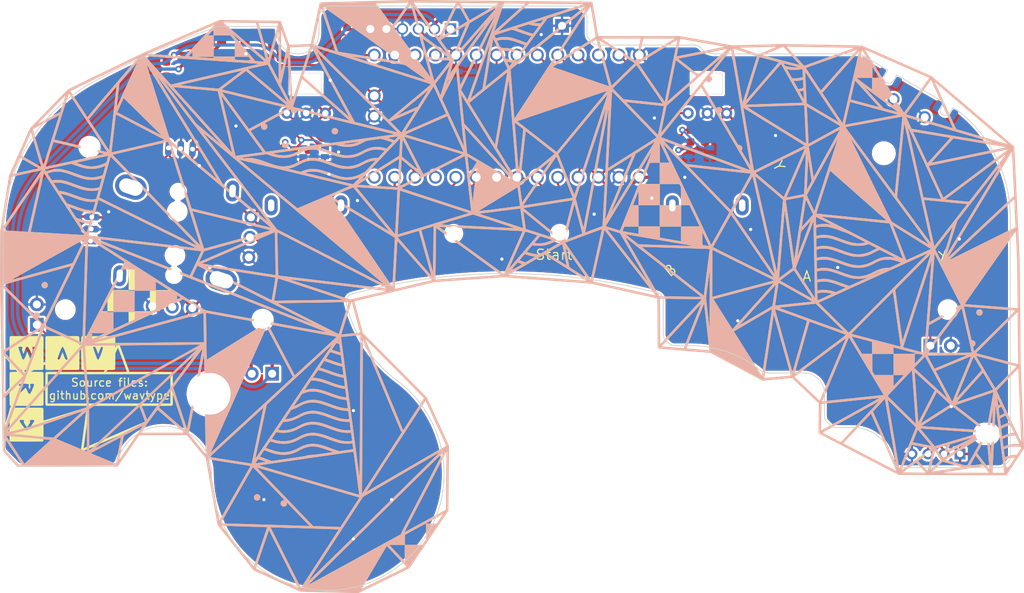
<source format=kicad_pcb>
(kicad_pcb (version 20211014) (generator pcbnew)
  (layers (0 "F.Cu" signal) (31 "B.Cu" signal) (36 "B.SilkS" user "B.Silkscreen") (37 "F.SilkS" user "F.Silkscreen") (38 "B.Mask" user) (39 "F.Mask" user) (44 "Edge.Cuts" user))
  (net 0 "")
  (net 1 "GND")
  (net 2 "+3V3")
  (net 3 "/C_x")
  (net 4 "/C_y")
  (net 5 "/A")
  (net 6 "/B")
  (net 7 "/X")
  (net 8 "/Y")
  (net 9 "/R")
  (net 10 "/Start")
  (net 11 "/Z")
  (net 12 "/Dleft")
  (net 13 "/Dup")
  (net 14 "/Dright")
  (net 15 "/Ddown")
  (net 16 "/Lanalog")
  (net 17 "/Ranalog")
  (net 18 "/Stick_x")
  (net 19 "/Stick_y")
  (net 20 "/L")
  (net 21 "/Stick_x_filt")
  (net 22 "/Stick_y_filt")
  (net 23 "+5V")
  (net 25 "/Rumble")
  (net 27 "/C_x_filt")
  (net 28 "/C_y_filt")
  (net 29 "Net-(R5-Pad2)")
  (net 30 "Net-(R6-Pad2)")
  (net 31 "Net-(R7-Pad2)")
  (net 32 "Net-(Q1-Pad1)")
  (net 33 "Net-(R10-Pad2)")
  (net 34 "Net-(C6-Pad1)")
  (net 35 "Net-(F1-Pad2)")
  (net 36 "Net-(Q1-Pad3)")
  (net 37 "/Brake")
  (net 38 "Net-(Q3-Pad1)")
  (net 39 "Net-(D2-Pad2)")
  (net 40 "/Data")
  (net 42 "Net-(D1-Pad2)")
  (footprint "Gamecube MB:ABXY_Contact_Omron_Switch" (layer "F.Cu") (at 153.85 78.35)
    (fp_text reference "SW1" hide)
    (fp_text value "A")
  )
  (footprint "Gamecube MB:ABXY_Contact_Omron_Switch" (layer "F.Cu") (at 138.65 86.05 41)
    (fp_text reference "SW2" hide)
    (fp_text value "B")
  )
  (footprint "Gamecube MB:Z_Switch_Edge" (layer "F.Cu") (at 162.751443 62.775 -30)
    (fp_text reference "SW8" hide)
    (fp_text value "1825027-5")
  )
  (footprint "Gamecube MB:Dpad_Contact_TL3315NF_2" (layer "F.Cu") (at 82.35 108.4 180)
    (fp_text reference "SW9" hide)
    (fp_text value "Dleft" hide)
  )
  (footprint "Gamecube MB:Dpad_Contact_TL3315NF_2" (layer "F.Cu") (at 90.3 100.45 -90)
    (fp_text reference "SW10" hide)
    (fp_text value "Dup" hide)
  )
  (footprint "Gamecube MB:Dpad_Contact_TL3315NF_2" (layer "F.Cu") (at 98.25 108.4 180)
    (fp_text reference "SW11" hide)
    (fp_text value "Dright" hide)
  )
  (footprint "Gamecube MB:Dpad_Contact_TL3315NF_2" (layer "F.Cu") (at 90.3 116.35 -90)
    (fp_text reference "SW12" hide)
    (fp_text value "Ddown" hide)
  )
  (footprint "Capacitor_SMD:C_0603_1608Metric_Pad1.08x0.95mm_HandSolder" (layer "F.Cu") (at 61.8625 74.6)
    (fp_text reference "C11" hide)
    (fp_text value "1u")
  )
  (footprint "Gamecube MB:GCC_Stickbox_2" (layer "F.Cu") (at 71.405083 78.398232 -3)
    (fp_text reference "U2" hide)
    (fp_text value "2x DRV5053CAQLPGM Hall Effect Sensors")
  )
  (footprint "Capacitors_SMD:C_0603_HandSoldering" (layer "F.Cu") (at 96.1 74.3 180)
    (fp_text reference "C2" hide)
    (fp_text value "0.047u")
  )
  (footprint "Capacitors_SMD:C_0603_HandSoldering" (layer "F.Cu") (at 92.55 71 180)
    (fp_text reference "C1" hide)
    (fp_text value "0.047u")
  )
  (footprint "Capacitors_SMD:C_0603_HandSoldering" (layer "F.Cu") (at 92.6 68.25 180)
    (fp_text reference "C7" hide)
    (fp_text value "0.047u")
  )
  (footprint "Capacitors_SMD:C_0603_HandSoldering" (layer "F.Cu") (at 128.8 63.9)
    (fp_text reference "C3" hide)
    (fp_text value "0.047u")
  )
  (footprint "Capacitors_SMD:C_0603_HandSoldering" (layer "F.Cu") (at 128.5 74)
    (fp_text reference "C4" hide)
    (fp_text value "0.047u")
  )
  (footprint "Gamecube MB:Start_Contact" (layer "F.Cu") (at 112.6 78.45)
    (fp_text reference "SW5" hide)
    (fp_text value "Start")
  )
  (footprint "Gamecube MB:ABXY_Contact_Omron_Switch" (layer "F.Cu") (at 149.85 64.25 -63)
    (fp_text reference "SW4" hide)
    (fp_text value "Y")
  )
  (footprint "Connector_PinHeader_2.54mm:PinHeader_1x01_P2.54mm_Vertical" (layer "F.Cu") (at 119.5 52.5)
    (fp_text reference "J3" hide)
    (fp_text value "Conn_01x01_Male")
  )
  (footprint "teensy:Teensy40_Edge_Pins" (layer "F.Cu") (at 112.61 63.77 180)
    (fp_text reference "U1" hide)
    (fp_text value "Teensy4.0")
  )
  (footprint "Gamecube MB:MountingHole_5.2mm" (layer "F.Cu") (at 75.6 98.4)
    (fp_text reference "H1" hide)
    (fp_text value "5.2mm")
  )
  (footprint "Gamecube MB:MountingHole_2.0mm" (layer "F.Cu") (at 57.6 87.9)
    (fp_text reference "H3" hide)
    (fp_text value "2mm")
  )
  (footprint "Gamecube MB:MountingHole_1.8mm" (layer "F.Cu") (at 106 78.4)
    (fp_text reference "H5" hide)
    (fp_text value "1.8mm")
  )
  (footprint "Gamecube MB:MountingHole_1.8mm" (layer "F.Cu") (at 119.2 78.4)
    (fp_text reference "H6" hide)
    (fp_text value "1.8mm")
  )
  (footprint "Gamecube MB:MountingHole_2.4mm" (layer "F.Cu") (at 159.6 68.4)
    (fp_text reference "H7" hide)
    (fp_text value "2.4mm")
  )
  (footprint "Gamecube MB:MountingHole_2.0mm" (layer "F.Cu") (at 167.6 87.9)
    (fp_text reference "H4" hide)
    (fp_text value "2mm")
  )
  (footprint "Gamecube MB:MountingHole_2.2mm" (layer "F.Cu") (at 60.616622 67.616621)
    (fp_text reference "H8" hide)
    (fp_text value "2.2mm")
  )
  (footprint "Gamecube MB:ABXY_Contact_Omron_Switch" (layer "F.Cu") (at 168.15 74.95 12)
    (fp_text reference "SW3" hide)
    (fp_text value "X")
  )
  (footprint "Gamecube MB:Slot" (layer "F.Cu") (at 172.4 103.4)
    (fp_text reference "H2" hide)
    (fp_text value "Slot")
  )
  (footprint "Gamecube MB:MountingHole_2.2mm" (layer "F.Cu") (at 82.183378 89.183378)
    (fp_text reference "H9" hide)
    (fp_text value "2.2mm")
  )
  (footprint "Capacitors_SMD:C_0603_HandSoldering" (layer "F.Cu") (at 122.5 75)
    (fp_text reference "C5" hide)
    (fp_text value "0.047u")
  )
  (footprint "Resistor_SMD:R_0603_1608Metric_Pad0.98x0.95mm_HandSolder" (layer "F.Cu") (at 92.325 77.5 180)
    (fp_text reference "R2" hide)
    (fp_text value "2k")
  )
  (footprint "Resistor_SMD:R_0603_1608Metric_Pad0.98x0.95mm_HandSolder" (layer "F.Cu") (at 86.325 69.5 180)
    (fp_text reference "R1" hide)
    (fp_text value "2k")
  )
  (footprint "Capacitors_SMD:C_0603_HandSoldering" (layer "F.Cu") (at 114.4 53.6)
    (fp_text reference "C6" hide)
    (fp_text value "10u")
  )
  (footprint "Capacitor_SMD:C_0603_1608Metric_Pad1.08x0.95mm_HandSolder" (layer "F.Cu") (at 132.65 71.4)
    (fp_text reference "C8" hide)
    (fp_text value "1u")
  )
  (footprint "Capacitor_SMD:C_0603_1608Metric_Pad1.08x0.95mm_HandSolder" (layer "F.Cu") (at 169 100 90)
    (fp_text reference "C12" hide)
    (fp_text value "1u")
  )
  (footprint "Capacitor_SMD:C_0603_1608Metric_Pad1.08x0.95mm_HandSolder" (layer "F.Cu") (at 145.25 77.9 180)
    (fp_text reference "C10" hide)
    (fp_text value "1u")
  )
  (footprint "Resistor_SMD:R_1206_3216Metric" (layer "F.Cu") (at 78.5375 54.2)
    (fp_text reference "F1" hide)
    (fp_text value "Fuse")
  )
  (footprint "Resistor_SMD:R_0603_1608Metric_Pad0.98x0.95mm_HandSolder" (layer "F.Cu") (at 92.8 59.5)
    (fp_text reference "R14" hide)
    (fp_text value "10k")
  )
  (footprint "Resistor_SMD:R_0603_1608Metric_Pad0.98x0.95mm_HandSolder" (layer "F.Cu") (at 136.4125 67 180)
    (fp_text reference "R7" hide)
    (fp_text value "DNP")
  )
  (footprint "Capacitor_SMD:C_0603_1608Metric_Pad1.08x0.95mm_HandSolder" (layer "F.Cu") (at 75.4 68.8625 -90)
    (fp_text reference "C13" hide)
    (fp_text value "1u")
  )
  (footprint "Diode_SMD:D_SOD-123" (layer "F.Cu") (at 110 53.6 180)
    (fp_text reference "D3" hide)
    (fp_text value "M7C")
  )
  (footprint "Resistor_SMD:R_0603_1608Metric_Pad0.98x0.95mm_HandSolder" (layer "F.Cu") (at 130.5 77.5)
    (fp_text reference "R3" hide)
    (fp_text value "2k")
  )
  (footprint "clipboard:008da5b9-6f95-4113-b7d0-d93ac62efd33" (layer "F.Cu") (at 57.9 60.45)
    (fp_text reference "")
    (fp_text value "")
  )
  (footprint "Resistor_SMD:R_0603_1608Metric_Pad0.98x0.95mm_HandSolder" (layer "F.Cu") (at 125.375 79)
    (fp_text reference "R4" hide)
    (fp_text value "2k")
  )
  (footprint "Resistor_SMD:R_0603_1608Metric_Pad0.98x0.95mm_HandSolder" (layer "F.Cu") (at 133.0875 66.5 180)
    (fp_text reference "R8" hide)
    (fp_text value "DNP")
  )
  (footprint "Package_TO_SOT_SMD:SOT-23" (layer "F.Cu") (at 82.4 57.4 -90)
    (fp_text reference "Q3" hide)
    (fp_text value "Q_NMOS_GSD")
  )
  (footprint "Resistor_SMD:R_0603_1608Metric_Pad0.98x0.95mm_HandSolder" (layer "F.Cu") (at 70.2 57.9 90)
    (fp_text reference "R13" hide)
    (fp_text value "10k")
  )
  (footprint "Capacitor_SMD:C_0603_1608Metric_Pad1.08x0.95mm_HandSolder" (layer "F.Cu") (at 80.8625 65 180)
    (fp_text reference "C9" hide)
    (fp_text value "1u")
  )
  (footprint "Resistor_SMD:R_0603_1608Metric_Pad0.98x0.95mm_HandSolder" (layer "F.Cu") (at 83.0875 68)
    (fp_text reference "R5" hide)
    (fp_text value "DNP")
  )
  (footprint "Resistor_SMD:R_0603_1608Metric_Pad0.98x0.95mm_HandSolder" (layer "F.Cu") (at 92.7 53.5875 -90)
    (fp_text reference "R15" hide)
    (fp_text value "10k")
  )
  (footprint "Connector_PinHeader_2.54mm:PinHeader_1x02_P2.54mm_Vertical" (layer "F.Cu") (at 83.375 95.9 -90)
    (fp_text reference "J5" hide)
    (fp_text value "Conn_01x02_Male")
  )
  (footprint "Resistor_SMD:R_0603_1608Metric_Pad0.98x0.95mm_HandSolder" (layer "F.Cu") (at 84.5875 65.5)
    (fp_text reference "R6" hide)
    (fp_text value "DNP")
  )
  (footprint "Package_TO_SOT_SMD:SOT-23" (layer "F.Cu") (at 77.5 57.2 180)
    (fp_text reference "Q1" hide)
    (fp_text value "Q_NMOS_GSD")
  )
  (footprint "Diode_SMD:D_SOD-123" (layer "F.Cu") (at 82.4 92.8 180)
    (fp_text reference "D2" hide)
    (fp_text value "M7C")
  )
  (footprint "clipboard:a7535304-8c4c-4c4e-a91e-37c9d5ef09d8" (layer "F.Cu") (at 105.4 104.9)
    (fp_text reference "")
    (fp_text value "")
  )
  (footprint "Resistor_SMD:R_0603_1608Metric_Pad0.98x0.95mm_HandSolder" (layer "F.Cu") (at 92.8 56.1 180)
    (fp_text reference "R11" hide)
    (fp_text value "100R")
  )
  (footprint "Resistor_SMD:R_0603_1608Metric_Pad0.98x0.95mm_HandSolder" (layer "F.Cu") (at 136.4125 65.5 180)
    (fp_text reference "R10" hide)
    (fp_text value "DNP")
  )
  (footprint "Resistor_SMD:R_0603_1608Metric_Pad0.98x0.95mm_HandSolder" (layer "F.Cu") (at 87 68)
    (fp_text reference "R9" hide)
    (fp_text value "DNP")
  )
  (footprint "Package_TO_SOT_SMD:SOT-23" (layer "F.Cu") (at 73.2 56.9 180)
    (fp_text reference "Q2" hide)
    (fp_text value "Q_PMOS_GDS")
  )
  (footprint "Resistor_SMD:R_0603_1608Metric_Pad0.98x0.95mm_HandSolder" (layer "F.Cu") (at 92.8 57.8 180)
    (fp_text reference "R12" hide)
    (fp_text value "100R")
  )
  (footprint "Pin_Headers:Pin_Header_Straight_1x02_Pitch2.54mm" (layer "B.Cu") (at 54.05 89.8)
    (fp_text reference "SW6" hide)
    (fp_text value "L")
  )
  (footprint "Pin_Headers:Pin_Header_Straight_1x02_Pitch2.54mm" (layer "B.Cu") (at 165.4 92.4 -90)
    (fp_text reference "SW7" hide)
    (fp_text value "R")
  )
  (footprint "Gamecube MB:GCC_Slider" (layer "B.Cu") (at 137.6 63.4 180)
    (fp_text reference "RV2" hide)
    (fp_text value "R_POT_MountingPin")
  )
  (footprint "Gamecube MB:GCC_Slider" (layer "B.Cu") (at 87.6 63.4 180)
    (fp_text reference "RV1" hide)
    (fp_text value "R_POT_MountingPin")
  )
  (footprint "Pin_Headers:Pin_Header_Straight_1x04_Pitch2.00mm" (layer "B.Cu") (at 169.1 105.9 90)
    (fp_text reference "J2" hide)
    (fp_text value "Conn_01x04_Female")
  )
  (footprint "Gamecube MB:GCC_Header_Straight_1x06_Pitch2.00mm" (layer "B.Cu") (at 105.6 52.9 90)
    (fp_text reference "J1" hide)
    (fp_text value "Conn_01x06_Female")
  )
  (footprint "Gamecube MB:D_SOD-523_Shorted" (layer "B.Cu") (at 107.5 58.2)
    (fp_text reference "D1" hide)
    (fp_text value "D_Schottky_Shorted")
  )
  (footprint "Gamecube MB:Sharp_Microelectronics-GP2S60-MFG" (layer "B.Cu") (at 88.6 68.275 180)
    (fp_text reference "U3" hide)
    (fp_text value "GP2S60-MFG" hide)
  )
  (footprint "Gamecube MB:Sharp_Microelectronics-GP2S60-MFG" (layer "B.Cu") (at 136.6 68.275 180)
    (fp_text reference "U4" hide)
    (fp_text value "GP2S60-MFG" hide)
  )
  (gr_line (start 85.7 61) (end 85.7 58.4) (layer "Edge.Cuts") (width 0.05))
  (gr_line (start 135.7 61) (end 135.7 58.4) (layer "Edge.Cuts") (width 0.05))
  (gr_line (start 161.660995 107.607107) (end 173.942892 107.607107) (layer "Edge.Cuts") (width 0.1))
  (gr_line (start 166.697895 62.732132) (end 167.096672 62.038607) (layer "Edge.Cuts") (width 0.1))
  (gr_arc (start 52.271319 107.407107) (mid 51.888636 107.330986) (end 51.564213 107.114213) (layer "Edge.Cuts") (width 0.1))
  (gr_line (start 152.207106 98.407107) (end 152.207106 101.192893) (layer "Edge.Cuts") (width 0.1))
  (gr_line (start 153.621319 102.607107) (end 155.744915 102.607107) (layer "Edge.Cuts") (width 0.1))
  (gr_line (start 160.074731 58.000991) (end 156.838573 56.1402) (layer "Edge.Cuts") (width 0.1))
  (gr_arc (start 167.824873 63.380144) (mid 166.937378 63.619627) (end 166.697895 62.732132) (layer "Edge.Cuts") (width 0.1))
  (gr_line (start 135.7 58.4) (end 139.5 58.4) (layer "Edge.Cuts") (width 0.05))
  (gr_arc (start 49.857105 78.407105) (mid 52.89857 67.369144) (end 61.164446 59.446874) (layer "Edge.Cuts") (width 0.1))
  (gr_line (start 174.649999 107.314213) (end 175.064212 106.9) (layer "Edge.Cuts") (width 0.1))
  (gr_line (start 161.201709 58.649003) (end 160.802932 59.342529) (layer "Edge.Cuts") (width 0.1))
  (gr_line (start 89.5 61) (end 85.7 61) (layer "Edge.Cuts") (width 0.05))
  (gr_arc (start 131.359616 85.813703) (mid 131.898469 86.16995) (end 132.107106 86.781297) (layer "Edge.Cuts") (width 0.1))
  (gr_arc (start 92.608864 87.15648) (mid 92.720453 86.410866) (end 93.320992 85.955076) (layer "Edge.Cuts") (width 0.1))
  (gr_arc (start 89.207106 53.407107) (mid 86.607106 56.007107) (end 84.007106 53.407107) (layer "Edge.Cuts") (width 0.1))
  (gr_line (start 89.207106 51.450963) (end 89.207106 53.407107) (layer "Edge.Cuts") (width 0.1))
  (gr_arc (start 89.207106 51.450963) (mid 89.283226 51.068279) (end 89.499999 50.743856) (layer "Edge.Cuts") (width 0.1))
  (gr_line (start 168.607106 62.907107) (end 168.22365 62.68662) (layer "Edge.Cuts") (width 0.1))
  (gr_arc (start 133.521318 92.407107) (mid 133.138635 92.330986) (end 132.814212 92.114213) (layer "Edge.Cuts") (width 0.1))
  (gr_arc (start 93.320992 85.955077) (mid 112.331099 83.40762) (end 131.359616 85.813703) (layer "Edge.Cuts") (width 0.1))
  (gr_arc (start 138.607106 56.007107) (mid 137.591534 55.800559) (end 136.737319 55.213733) (layer "Edge.Cuts") (width 0.1))
  (gr_line (start 132.399999 91.7) (end 132.814212 92.114213) (layer "Edge.Cuts") (width 0.1))
  (gr_line (start 49.857106 78.407107) (end 49.857106 104.992893) (layer "Edge.Cuts") (width 0.1))
  (gr_arc (start 122.314213 50.743856) (mid 122.530986 51.068279) (end 122.607106 51.450963) (layer "Edge.Cuts") (width 0.1))
  (gr_line (start 152.499999 101.9) (end 152.914212 102.314213) (layer "Edge.Cuts") (width 0.1))
  (gr_arc (start 168.607106 62.907107) (mid 173.575565 68.860378) (end 175.357106 76.407107) (layer "Edge.Cuts") (width 0.1))
  (gr_arc (start 76.443548 52.638395) (mid 76.609241 52.594793) (end 76.779945 52.580115) (layer "Edge.Cuts") (width 0.1))
  (gr_line (start 89.914212 50.329643) (end 89.499999 50.743856) (layer "Edge.Cuts") (width 0.1))
  (gr_arc (start 135.607106 92.407106) (mid 140.249987 93.223411) (end 144.335996 95.574417) (layer "Edge.Cuts") (width 0.1))
  (gr_arc (start 144.977271 95.807106) (mid 144.636178 95.747135) (end 144.335996 95.574417) (layer "Edge.Cuts") (width 0.1))
  (gr_line (start 168.22365 62.68662) (end 167.824873 63.380145) (layer "Edge.Cuts") (width 0.1))
  (gr_line (start 139.5 58.4) (end 139.5 61) (layer "Edge.Cuts") (width 0.05))
  (gr_line (start 122.607106 53.494375) (end 122.607106 51.450963) (layer "Edge.Cuts") (width 0.1))
  (gr_arc (start 124.021319 54.908589) (mid 123.638635 54.832469) (end 123.314212 54.615696) (layer "Edge.Cuts") (width 0.1))
  (gr_line (start 84.007106 52.580115) (end 76.779945 52.580115) (layer "Edge.Cuts") (width 0.1))
  (gr_line (start 52.27132 107.407107) (end 63.177448 107.407107) (layer "Edge.Cuts") (width 0.1))
  (gr_line (start 122.314212 50.743856) (end 121.899999 50.329643) (layer "Edge.Cuts") (width 0.1))
  (gr_arc (start 64.135292 106.694399) (mid 70.711063 102.508705) (end 75.807105 108.407107) (layer "Edge.Cuts") (width 0.1))
  (gr_line (start 85.7 58.4) (end 89.5 58.4) (layer "Edge.Cuts") (width 0.05))
  (gr_arc (start 155.744914 102.607106) (mid 158.972401 103.788293) (end 160.674982 106.773773) (layer "Edge.Cuts") (width 0.1))
  (gr_line (start 167.096672 62.038607) (end 161.201709 58.649003) (layer "Edge.Cuts") (width 0.1))
  (gr_arc (start 122.899999 54.201482) (mid 122.683226 53.877059) (end 122.607106 53.494375) (layer "Edge.Cuts") (width 0.1))
  (gr_line (start 132.107106 86.781297) (end 132.107106 90.992893) (layer "Edge.Cuts") (width 0.1))
  (gr_arc (start 98.971544 96.780519) (mid 96.811553 121.366358) (end 75.807105 108.407107) (layer "Edge.Cuts") (width 0.1))
  (gr_arc (start 89.914212 50.329642) (mid 90.238635 50.112869) (end 90.621319 50.036749) (layer "Edge.Cuts") (width 0.1))
  (gr_line (start 84.007106 53.407107) (end 84.007106 52.580115) (layer "Edge.Cuts") (width 0.1))
  (gr_arc (start 153.621318 102.607107) (mid 153.238635 102.530986) (end 152.914212 102.314213) (layer "Edge.Cuts") (width 0.1))
  (gr_line (start 136.01817 54.908589) (end 124.021319 54.908589) (layer "Edge.Cuts") (width 0.1))
  (gr_arc (start 61.164445 59.446874) (mid 68.67439 55.751781) (end 76.443548 52.638394) (layer "Edge.Cuts") (width 0.1))
  (gr_line (start 175.357106 106.192893) (end 175.357106 76.407107) (layer "Edge.Cuts") (width 0.1))
  (gr_arc (start 152.499999 101.9) (mid 152.283226 101.575577) (end 152.207106 101.192893) (layer "Edge.Cuts") (width 0.1))
  (gr_arc (start 161.660994 107.607107) (mid 161.015497 107.370869) (end 160.674982 106.773773) (layer "Edge.Cuts") (width 0.1))
  (gr_line (start 121.192892 50.036749) (end 90.621319 50.036749) (layer "Edge.Cuts") (width 0.1))
  (gr_line (start 156.340102 56.007107) (end 138.607106 56.007107) (layer "Edge.Cuts") (width 0.1))
  (gr_line (start 89.5 58.4) (end 89.5 61) (layer "Edge.Cuts") (width 0.05))
  (gr_line (start 50.15 105.7) (end 51.564213 107.114213) (layer "Edge.Cuts") (width 0.1))
  (gr_line (start 159.675954 58.694516) (end 160.074731 58.000991) (layer "Edge.Cuts") (width 0.1))
  (gr_arc (start 160.802932 59.342528) (mid 159.915437 59.582011) (end 159.675954 58.694516) (layer "Edge.Cuts") (width 0.1))
  (gr_line (start 139.5 61) (end 135.7 61) (layer "Edge.Cuts") (width 0.05))
  (gr_arc (start 174.649999 107.314214) (mid 174.325576 107.530987) (end 173.942892 107.607107) (layer "Edge.Cuts") (width 0.1))
  (gr_arc (start 175.357106 106.192894) (mid 175.280985 106.575577) (end 175.064212 106.9) (layer "Edge.Cuts") (width 0.1))
  (gr_arc (start 121.192893 50.036749) (mid 121.575576 50.11287) (end 121.899999 50.329643) (layer "Edge.Cuts") (width 0.1))
  (gr_arc (start 98.971543 96.780519) (mid 94.948818 92.52476) (end 92.608865 87.156481) (layer "Edge.Cuts") (width 0.1))
  (gr_arc (start 149.607106 95.807107) (mid 151.445584 96.568629) (end 152.207106 98.407107) (layer "Edge.Cuts") (width 0.1))
  (gr_arc (start 136.01817 54.908589) (mid 136.408775 54.98803) (end 136.737319 55.213733) (layer "Edge.Cuts") (width 0.1))
  (gr_arc (start 156.340102 56.007106) (mid 156.598069 56.040952) (end 156.838573 56.1402) (layer "Edge.Cuts") (width 0.1))
  (gr_line (start 123.314212 54.615696) (end 122.899999 54.201482) (layer "Edge.Cuts") (width 0.1))
  (gr_arc (start 64.135291 106.694399) (mid 63.774402 107.209382) (end 63.177448 107.407107) (layer "Edge.Cuts") (width 0.1))
  (gr_line (start 144.977271 95.807107) (end 149.607106 95.807107) (layer "Edge.Cuts") (width 0.1))
  (gr_arc (start 132.399999 91.7) (mid 132.183226 91.375577) (end 132.107106 90.992893) (layer "Edge.Cuts") (width 0.1))
  (gr_arc (start 50.149999 105.7) (mid 49.933226 105.375577) (end 49.857106 104.992893) (layer "Edge.Cuts") (width 0.1))
  (gr_line (start 133.521319 92.407107) (end 135.607106 92.407107) (layer "Edge.Cuts") (width 0.1))
  (gr_text "Source files:\ngithub.com/wavtype" (at 63.1 97.8) (layer "F.SilkS") (effects (font (size 1 1))))
  (segment (start 80.654787 56.254787) (end 80.506066 56.106066) (width 0.4) (layer "F.Cu") (net 1))
  (segment (start 81.15625 56.4625) (end 81.45 56.4625) (width 0.4) (layer "F.Cu") (net 1))
  (segment (start 74.3 69.95) (end 74.4125 69.8375) (width 0.25) (layer "F.Cu") (net 1))
  (segment (start 168 100) (end 168.8625 99.1375) (width 0.25) (layer "F.Cu") (net 1))
  (segment (start 74.684099 69.725) (end 75.4 69.725) (width 0.25) (layer "F.Cu") (net 1))
  (segment (start 143 77.9) (end 144.3 77.9) (width 0.4) (layer "F.Cu") (net 1))
  (segment (start 92.925 52.9) (end 95.6 52.9) (width 0.25) (layer "F.Cu") (net 1))
  (segment (start 90.6 59.3) (end 90.7 59.4) (width 0.25) (layer "F.Cu") (net 1))
  (segment (start 130.829289 63.9) (end 129.75 63.9) (width 0.25) (layer "F.Cu") (net 1))
  (segment (start 80.1 56) (end 80.25 56) (width 0.4) (layer "F.Cu") (net 1))
  (segment (start 62.8625 75.5625) (end 63 75.7) (width 0.25) (layer "F.Cu") (net 1))
  (segment (start 116.9 53.6) (end 115.35 53.6) (width 0.4) (layer "F.Cu") (net 1))
  (segment (start 123.5 76) (end 123.5 75.05) (width 0.25) (layer "F.Cu") (net 1))
  (segment (start 130.700002 74) (end 129.45 74) (width 0.25) (layer "F.Cu") (net 1))
  (segment (start 94.000002 74.3) (end 95.15 74.3) (width 0.25) (layer "F.Cu") (net 1))
  (segment (start 62.725 75.230545) (end 62.725 74.6) (width 0.25) (layer "F.Cu") (net 1))
  (segment (start 90.450002 71) (end 91.6 71) (width 0.25) (layer "F.Cu") (net 1))
  (segment (start 78.8625 65) (end 80 65) (width 0.25) (layer "F.Cu") (net 1))
  (segment (start 80.1 56) (end 79.975 56.125) (width 0.4) (layer "F.Cu") (net 1))
  (segment (start 134.8 71.4) (end 133.6 71.4) (width 0.4) (layer "F.Cu") (net 1))
  (segment (start 90.941421 59.5) (end 91.8875 59.5) (width 0.25) (layer "F.Cu") (net 1))
  (segment (start 130.95 63.95) (end 131 64) (width 0.25) (layer "F.Cu") (net 1))
  (segment (start 79.673223 56.25) (end 78.4375 56.25) (width 0.4) (layer "F.Cu") (net 1))
  (via (at 98.25 111.6) (size 0.8) (drill 0.4) (layers "F.Cu" "B.Cu") (net 1))
  (via (at 91.65 68.25) (size 0.8) (drill 0.4) (layers "F.Cu" "B.Cu") (net 1))
  (via (at 80.1 56) (size 0.8) (drill 0.4) (layers "F.Cu" "B.Cu") (net 1))
  (via (at 123.5 76) (size 0.8) (drill 0.4) (layers "F.Cu" "B.Cu") (net 1))
  (via (at 143 77.9) (size 0.8) (drill 0.4) (layers "F.Cu" "B.Cu") (net 1))
  (via (at 94.000002 74.3) (size 0.8) (drill 0.4) (layers "F.Cu" "B.Cu") (net 1))
  (via (at 112 81.6) (size 0.8) (drill 0.4) (layers "F.Cu" "B.Cu") (net 1))
  (via (at 63 75.7) (size 0.8) (drill 0.4) (layers "F.Cu" "B.Cu") (net 1))
  (via (at 93.5 116.5) (size 0.8) (drill 0.4) (layers "F.Cu" "B.Cu") (net 1))
  (via (at 78.8625 65) (size 0.8) (drill 0.4) (layers "F.Cu" "B.Cu") (net 1))
  (via (at 130.700002 74) (size 0.8) (drill 0.4) (layers "F.Cu" "B.Cu") (net 1))
  (via (at 90.6 59.3) (size 0.8) (drill 0.4) (layers "F.Cu" "B.Cu") (net 1))
  (via (at 169 79.1) (size 0.8) (drill 0.4) (layers "F.Cu" "B.Cu") (net 1))
  (via (at 131 64) (size 0.8) (drill 0.4) (layers "F.Cu" "B.Cu") (net 1))
  (via (at 146.1 66.2) (size 0.8) (drill 0.4) (layers "F.Cu" "B.Cu") (net 1))
  (via (at 153.85 82.65) (size 0.8) (drill 0.4) (layers "F.Cu" "B.Cu") (net 1))
  (via (at 93.5 100.5) (size 0.8) (drill 0.4) (layers "F.Cu" "B.Cu") (net 1))
  (via (at 116.9 53.6) (size 0.8) (drill 0.4) (layers "F.Cu" "B.Cu") (net 1))
  (via (at 90.450002 71) (size 0.8) (drill 0.4) (layers "F.Cu" "B.Cu") (net 1))
  (via (at 134.8 71.4) (size 0.8) (drill 0.4) (layers "F.Cu" "B.Cu") (net 1))
  (via (at 74.3 69.95) (size 0.8) (drill 0.4) (layers "F.Cu" "B.Cu") (net 1))
  (via (at 141.4 89.3) (size 0.8) (drill 0.4) (layers "F.Cu" "B.Cu") (net 1))
  (via (at 168 100) (size 0.8) (drill 0.4) (layers "F.Cu" "B.Cu") (net 1))
  (via (at 82.35 111.6) (size 0.8) (drill 0.4) (layers "F.Cu" "B.Cu") (net 1))
  (arc (start 74.684099 69.725) (mid 74.53711 69.754237) (end 74.4125 69.8375) (width 0.25) (layer "F.Cu") (net 1))
  (arc (start 79.975 56.125) (mid 79.836543 56.217513) (end 79.673223 56.25) (width 0.4) (layer "F.Cu") (net 1))
  (arc (start 90.7 59.4) (mid 90.810764 59.47401) (end 90.941421 59.5) (width 0.25) (layer "F.Cu") (net 1))
  (arc (start 62.725 75.230545) (mid 62.760735 75.410197) (end 62.8625 75.5625) (width 0.25) (layer "F.Cu") (net 1))
  (arc (start 80.506066 56.106066) (mid 80.388581 56.027565) (end 80.25 56) (width 0.4) (layer "F.Cu") (net 1))
  (arc (start 80.654787 56.254787) (mid 80.88486 56.408517) (end 81.15625 56.4625) (width 0.4) (layer "F.Cu") (net 1))
  (arc (start 130.95 63.95) (mid 130.894617 63.912994) (end 130.829289 63.9) (width 0.25) (layer "F.Cu") (net 1))
  (segment (start 90.668413 68.825) (end 89.95 68.825) (width 0.25) (layer "B.Cu") (net 1))
  (segment (start 91.3625 68.5375) (end 91.65 68.25) (width 0.25) (layer "B.Cu") (net 1))
  (arc (start 91.3625 68.5375) (mid 91.04405 68.750281) (end 90.668413 68.825) (width 0.25) (layer "B.Cu") (net 1))
  (segment (start 137.924087 77.5) (end 131.325 77.5) (width 0.25) (layer "F.Cu") (net 3))
  (segment (start 140.102206 78.402206) (end 167.1 105.4) (width 0.25) (layer "F.Cu") (net 3))
  (arc (start 140.102206 78.402206) (mid 139.102876 77.734476) (end 137.924087 77.5) (width 0.25) (layer "F.Cu") (net 3))
  (segment (start 138.415927 79) (end 126.2 79) (width 0.25) (layer "F.Cu") (net 4))
  (segment (start 165.1 105.2) (end 165.1 105.9) (width 0.25) (layer "F.Cu") (net 4))
  (segment (start 140.437266 79.837266) (end 164.605025 104.005025) (width 0.25) (layer "F.Cu") (net 4))
  (arc (start 140.437266 79.837266) (mid 139.509868 79.217598) (end 138.415927 79) (width 0.25) (layer "F.Cu") (net 4))
  (arc (start 164.605025 104.005025) (mid 164.97136 104.553284) (end 165.1 105.2) (width 0.25) (layer "F.Cu") (net 4))
  (segment (start 141.5 63.792893) (end 141.5 63.064429) (width 0.25) (layer "F.Cu") (net 5))
  (segment (start 144.084924 72.2) (end 152.057537 72.2) (width 0.25) (layer "F.Cu") (net 5))
  (segment (start 141.55 71.15) (end 141.29077 70.89077) (width 0.25) (layer "F.Cu") (net 5))
  (segment (start 140.5 68.981683) (end 140.5 66.207109) (width 0.25) (layer "F.Cu") (net 5))
  (segment (start 153.85 73.25) (end 153.325 72.725) (width 0.25) (layer "F.Cu") (net 5))
  (segment (start 134.951035 60.951038) (end 134.374994 60.374994) (width 0.25) (layer "F.Cu") (net 5))
  (segment (start 118.026196 57.756196) (end 116.42 56.15) (width 0.25) (layer "F.Cu") (net 5))
  (segment (start 131.900412 59.349989) (end 121.873952 59.349989) (width 0.25) (layer "F.Cu") (net 5))
  (segment (start 139.83557 61.4) (end 136.034921 61.4) (width 0.25) (layer "F.Cu") (net 5))
  (arc (start 121.873952 59.349989) (mid 119.791561 58.935775) (end 118.026196 57.756196) (width 0.25) (layer "F.Cu") (net 5))
  (arc (start 141.55 71.15) (mid 142.713033 71.927113) (end 144.084924 72.2) (width 0.25) (layer "F.Cu") (net 5))
  (arc (start 134.374994 60.374994) (mid 133.239646 59.616379) (end 131.900412 59.349989) (width 0.25) (layer "F.Cu") (net 5))
  (arc (start 153.325 72.725) (mid 152.743483 72.336443) (end 152.057537 72.2) (width 0.25) (layer "F.Cu") (net 5))
  (arc (start 141.0125 61.8875) (mid 140.47252 61.526697) (end 139.83557 61.4) (width 0.25) (layer "F.Cu") (net 5))
  (arc (start 141 65) (mid 141.370054 64.446174) (end 141.5 63.792893) (width 0.25) (layer "F.Cu") (net 5))
  (arc (start 136.034921 61.4) (mid 135.448326 61.283319) (end 134.951035 60.951038) (width 0.25) (layer "F.Cu") (net 5))
  (arc (start 140.5 66.207109) (mid 140.629946 65.553825) (end 141 65) (width 0.25) (layer "F.Cu") (net 5))
  (arc (start 141.5 63.064429) (mid 141.373302 62.427479) (end 141.0125 61.8875) (width 0.25) (layer "F.Cu") (net 5))
  (arc (start 140.5 68.981683) (mid 140.705514 70.014874) (end 141.29077 70.89077) (width 0.25) (layer "F.Cu") (net 5))
  (segment (start 133.387585 80.373253) (end 135.894552 82.88022) (width 0.25) (layer "F.Cu") (net 6))
  (segment (start 132.486472 80) (end 124.132232 80) (width 0.25) (layer "F.Cu") (net 6))
  (segment (start 114.235 71.39) (end 113.88 71.39) (width 0.25) (layer "F.Cu") (net 6))
  (segment (start 114.841022 71.641022) (end 122.540812 79.340812) (width 0.25) (layer "F.Cu") (net 6))
  (arc (start 122.540812 79.340812) (mid 123.270962 79.828682) (end 124.132232 80) (width 0.25) (layer "F.Cu") (net 6))
  (arc (start 133.387585 80.373253) (mid 132.974151 80.097005) (end 132.486472 80) (width 0.25) (layer "F.Cu") (net 6))
  (arc (start 114.841022 71.641022) (mid 114.562976 71.455238) (end 114.235 71.39) (width 0.25) (layer "F.Cu") (net 6))
  (segment (start 132.211136 57.849958) (end 126.942009 57.849958) (width 0.25) (layer "F.Cu") (net 7))
  (segment (start 154.591384 57.791384) (end 167.5 70.7) (width 0.25) (layer "F.Cu") (net 7))
  (segment (start 124.889979 56.999979) (end 124.04 56.15) (width 0.25) (layer "F.Cu") (net 7))
  (segment (start 134.263142 56.999989) (end 152.680787 56.999989) (width 0.25) (layer "F.Cu") (net 7))
  (arc (start 124.889979 56.999979) (mid 125.831458 57.629055) (end 126.942009 57.849958) (width 0.25) (layer "F.Cu") (net 7))
  (arc (start 134.263142 56.999989) (mid 133.707873 57.110438) (end 133.237139 57.424973) (width 0.25) (layer "F.Cu") (net 7))
  (arc (start 154.591384 57.791384) (mid 153.714795 57.205666) (end 152.680787 56.999989) (width 0.25) (layer "F.Cu") (net 7))
  (arc (start 133.237139 57.424973) (mid 132.766404 57.739507) (end 132.211136 57.849958) (width 0.25) (layer "F.Cu") (net 7))
  (segment (start 151.536981 57.5) (end 134.470253 57.5) (width 0.25) (layer "F.Cu") (net 8))
  (segment (start 154.5 60.026772) (end 154.5 61.457318) (width 0.25) (layer "F.Cu") (net 8))
  (segment (start 132.418248 58.349968) (end 125.25558 58.349968) (width 0.25) (layer "F.Cu") (net 8))
  (segment (start 122.599984 57.249984) (end 121.5 56.15) (width 0.25) (layer "F.Cu") (net 8))
  (segment (start 154.12753 59.127536) (end 153.180996 58.180983) (width 0.25) (layer "F.Cu") (net 8))
  (arc (start 133.444251 57.924984) (mid 132.973516 58.239518) (end 132.418248 58.349968) (width 0.25) (layer "F.Cu") (net 8))
  (arc (start 122.599984 57.249984) (mid 123.818381 58.064091) (end 125.25558 58.349968) (width 0.25) (layer "F.Cu") (net 8))
  (arc (start 153.180996 58.180983) (mid 152.426717 57.676982) (end 151.536981 57.5) (width 0.25) (layer "F.Cu") (net 8))
  (arc (start 134.470253 57.5) (mid 133.914984 57.610449) (end 133.444251 57.924984) (width 0.25) (layer "F.Cu") (net 8))
  (arc (start 154.12753 59.127536) (mid 154.403199 59.54011) (end 154.5 60.026772) (width 0.25) (layer "F.Cu") (net 8))
  (segment (start 118.96 56.15) (end 120.309989 57.499989) (width 0.25) (layer "F.Cu") (net 9))
  (segment (start 141.1 68.612667) (end 141.1 66.726233) (width 0.25) (layer "F.Cu") (net 9))
  (segment (start 165.4 81.847506) (end 165.4 92.4) (width 0.25) (layer "F.Cu") (net 9))
  (segment (start 142.5 61.42317) (end 142.5 63.84259) (width 0.25) (layer "F.Cu") (net 9))
  (segment (start 135.801025 58) (end 139.039291 58) (width 0.25) (layer "F.Cu") (net 9))
  (segment (start 123.56915 58.849978) (end 133.748996 58.849978) (width 0.25) (layer "F.Cu") (net 9))
  (segment (start 140.190931 58.477025) (end 141.119848 59.405942) (width 0.25) (layer "F.Cu") (net 9))
  (segment (start 141.119848 59.405942) (end 142.049515 60.335606) (width 0.25) (layer "F.Cu") (net 9))
  (segment (start 156.837821 72.337821) (end 164.730012 80.230012) (width 0.25) (layer "F.Cu") (net 9))
  (segment (start 141.798149 70.298149) (end 142.150966 70.650966) (width 0.25) (layer "F.Cu") (net 9))
  (segment (start 144.200714 71.5) (end 154.815142 71.5) (width 0.25) (layer "F.Cu") (net 9))
  (segment (start 141.900966 65.288785) (end 141.550053 65.639701) (width 0.25) (layer "F.Cu") (net 9))
  (arc (start 139.039291 58) (mid 139.662554 58.123975) (end 140.190931 58.477025) (width 0.25) (layer "F.Cu") (net 9))
  (arc (start 134.775011 58.424989) (mid 135.24575 58.110451) (end 135.801025 58) (width 0.25) (layer "F.Cu") (net 9))
  (arc (start 142.049515 60.335606) (mid 142.382923 60.834584) (end 142.5 61.42317) (width 0.25) (layer "F.Cu") (net 9))
  (arc (start 154.815142 71.5) (mid 155.909808 71.717743) (end 156.837821 72.337821) (width 0.25) (layer "F.Cu") (net 9))
  (arc (start 133.748996 58.849978) (mid 134.304271 58.739526) (end 134.775011 58.424989) (width 0.25) (layer "F.Cu") (net 9))
  (arc (start 142.150966 70.650966) (mid 143.091398 71.279343) (end 144.200714 71.5) (width 0.25) (layer "F.Cu") (net 9))
  (arc (start 164.730012 80.230012) (mid 165.225876 80.972125) (end 165.4 81.847506) (width 0.25) (layer "F.Cu") (net 9))
  (arc (start 141.550053 65.639701) (mid 141.216964 66.138207) (end 141.1 66.726233) (width 0.25) (layer "F.Cu") (net 9))
  (arc (start 142.5 63.84259) (mid 142.344316 64.625265) (end 141.900966 65.288785) (width 0.25) (layer "F.Cu") (net 9))
  (arc (start 141.1 68.612667) (mid 141.281443 69.524843) (end 141.798149 70.298149) (width 0.25) (layer "F.Cu") (net 9))
  (arc (start 120.309989 57.499989) (mid 121.805304 58.499127) (end 123.56915 58.849978) (width 0.25) (layer "F.Cu") (net 9))
  (segment (start 113.1 74.675) (end 113.1 75.25) (width 0.25) (layer "F.Cu") (net 10))
  (segment (start 111.675875 72.675875) (end 112.693413 73.693413) (width 0.25) (layer "F.Cu") (net 10))
  (segment (start 111.34 71.865) (end 111.34 71.39) (width 0.25) (layer "F.Cu") (net 10))
  (arc (start 111.34 71.865) (mid 111.427291 72.303842) (end 111.675875 72.675875) (width 0.25) (layer "F.Cu") (net 10))
  (arc (start 112.693413 73.693413) (mid 112.994331 74.143769) (end 113.1 74.675) (width 0.25) (layer "F.Cu") (net 10))
  (segment (start 127.179974 56.749974) (end 126.58 56.15) (width 0.25) (layer "F.Cu") (net 11))
  (segment (start 130.384532 57.349948) (end 128.628439 57.349948) (width 0.25) (layer "F.Cu") (net 11))
  (segment (start 132.436544 56.499978) (end 153.634619 56.499978) (width 0.25) (layer "F.Cu") (net 11))
  (segment (start 159.919169 61.419169) (end 155.965432 57.465432) (width 0.25) (layer "F.Cu") (net 11))
  (segment (start 160.476443 61.65) (end 160.802886 61.65) (width 0.25) (layer "F.Cu") (net 11))
  (arc (start 127.179974 56.749974) (mid 127.844535 57.194019) (end 128.628439 57.349948) (width 0.25) (layer "F.Cu") (net 11))
  (arc (start 132.436544 56.499978) (mid 131.881273 56.610427) (end 131.410538 56.924963) (width 0.25) (layer "F.Cu") (net 11))
  (arc (start 130.384532 57.349948) (mid 130.939802 57.239498) (end 131.410538 56.924963) (width 0.25) (layer "F.Cu") (net 11))
  (arc (start 155.965432 57.465432) (mid 154.896046 56.750891) (end 153.634619 56.499978) (width 0.25) (layer "F.Cu") (net 11))
  (arc (start 159.919169 61.419169) (mid 160.174848 61.590008) (end 160.476443 61.65) (width 0.25) (layer "F.Cu") (net 11))
  (segment (start 88.75 85.734463) (end 88.75 93.148366) (width 0.25) (layer "F.Cu") (net 12))
  (segment (start 98.347742 79.977257) (end 106.26 72.064998) (width 0.25) (layer "F.Cu") (net 12))
  (segment (start 93.821535 80.6) (end 96.844307 80.6) (width 0.25) (layer "F.Cu") (net 12))
  (segment (start 82.721231 103.778768) (end 83.425 103.075) (width 0.25) (layer "F.Cu") (net 12))
  (segment (start 82.35 105.2) (end 82.35 104.675) (width 0.25) (layer "F.Cu") (net 12))
  (segment (start 84.5 100.47972) (end 84.5 99.782142) (width 0.25) (layer "F.Cu") (net 12))
  (segment (start 90.188582 82.261418) (end 90.455914 81.994086) (width 0.25) (layer "F.Cu") (net 12))
  (segment (start 106.26 72.064998) (end 106.26 71.39) (width 0.25) (layer "F.Cu") (net 12))
  (segment (start 85.229834 98.020165) (end 87.794251 95.455748) (width 0.25) (layer "F.Cu") (net 12))
  (arc (start 90.188582 82.261418) (mid 89.123875 83.854865) (end 88.75 85.734463) (width 0.25) (layer "F.Cu") (net 12))
  (arc (start 84.5 99.782142) (mid 84.689678 98.828567) (end 85.229834 98.020165) (width 0.25) (layer "F.Cu") (net 12))
  (arc (start 96.844307 80.6) (mid 97.65796 80.438154) (end 98.347742 79.977257) (width 0.25) (layer "F.Cu") (net 12))
  (arc (start 82.35 104.675) (mid 82.446479 104.189963) (end 82.721231 103.778768) (width 0.25) (layer "F.Cu") (net 12))
  (arc (start 83.425 103.075) (mid 84.220616 101.884275) (end 84.5 100.47972) (width 0.25) (layer "F.Cu") (net 12))
  (arc (start 87.794251 95.455748) (mid 88.501609 94.397112) (end 88.75 93.148366) (width 0.25) (layer "F.Cu") (net 12))
  (arc (start 93.821535 80.6) (mid 92.000074 80.962311) (end 90.455914 81.994086) (width 0.25) (layer "F.Cu") (net 12))
  (segment (start 87.665677 97.334323) (end 89.533876 95.46612) (width 0.25) (layer "F.Cu") (net 13))
  (segment (start 87.1 100.45) (end 87.1 98.699989) (width 0.25) (layer "F.Cu") (net 13))
  (segment (start 91.120528 83.329472) (end 91.584606 82.865394) (width 0.25) (layer "F.Cu") (net 13))
  (segment (start 108.8 71.999999) (end 108.8 71.39) (width 0.25) (layer "F.Cu") (net 13))
  (segment (start 90.3 85.3104) (end 90.3 93.616532) (width 0.25) (layer "F.Cu") (net 13))
  (segment (start 99.351341 81.448658) (end 108.8 71.999999) (width 0.25) (layer "F.Cu") (net 13))
  (segment (start 93.19101 82.2) (end 97.537441 82.2) (width 0.25) (layer "F.Cu") (net 13))
  (arc (start 97.537441 82.2) (mid 98.519117 82.004733) (end 99.351341 81.448658) (width 0.25) (layer "F.Cu") (net 13))
  (arc (start 89.533876 95.46612) (mid 90.100891 94.617522) (end 90.3 93.616532) (width 0.25) (layer "F.Cu") (net 13))
  (arc (start 87.1 98.699989) (mid 87.247015 97.960896) (end 87.665677 97.334323) (width 0.25) (layer "F.Cu") (net 13))
  (arc (start 91.120528 83.329472) (mid 90.513249 84.238329) (end 90.3 85.3104) (width 0.25) (layer "F.Cu") (net 13))
  (arc (start 93.19101 82.2) (mid 92.321631 82.37293) (end 91.584606 82.865394) (width 0.25) (layer "F.Cu") (net 13))
  (segment (start 91.25 85.053009) (end 91.25 93.898368) (width 0.25) (layer "F.Cu") (net 14))
  (segment (start 91.853168 83.596832) (end 92.023315 83.426685) (width 0.25) (layer "F.Cu") (net 14))
  (segment (start 97.559811 101.559811) (end 92.205748 96.205748) (width 0.25) (layer "F.Cu") (net 14))
  (segment (start 99.941838 82.150512) (end 109.647676 72.444674) (width 0.25) (layer "F.Cu") (net 14))
  (segment (start 111.693792 61.206206) (end 112.865301 60.034698) (width 0.25) (layer "F.Cu") (net 14))
  (segment (start 110.1 71.352667) (end 110.1 65.053963) (width 0.25) (layer "F.Cu") (net 14))
  (segment (start 98.25 105.2) (end 98.25 103.226075) (width 0.25) (layer "F.Cu") (net 14))
  (segment (start 113.88 57.585) (end 113.88 56.15) (width 0.25) (layer "F.Cu") (net 14))
  (segment (start 93.053424 83) (end 97.890993 83) (width 0.25) (layer "F.Cu") (net 14))
  (arc (start 91.853168 83.596832) (mid 91.406758 84.264932) (end 91.25 85.053009) (width 0.25) (layer "F.Cu") (net 14))
  (arc (start 112.865301 60.034698) (mid 113.616288 58.910767) (end 113.88 57.585) (width 0.25) (layer "F.Cu") (net 14))
  (arc (start 92.205748 96.205748) (mid 91.498391 95.147113) (end 91.25 93.898368) (width 0.25) (layer "F.Cu") (net 14))
  (arc (start 97.890993 83) (mid 99.000902 82.779225) (end 99.941838 82.150512) (width 0.25) (layer "F.Cu") (net 14))
  (arc (start 110.1 65.053963) (mid 110.514213 62.971572) (end 111.693792 61.206206) (width 0.25) (layer "F.Cu") (net 14))
  (arc (start 109.647676 72.444674) (mid 109.982445 71.943657) (end 110.1 71.352667) (width 0.25) (layer "F.Cu") (net 14))
  (arc (start 98.25 103.226075) (mid 98.070626 102.324299) (end 97.559811 101.559811) (width 0.25) (layer "F.Cu") (net 14))
  (arc (start 93.053424 83) (mid 92.495933 83.110892) (end 92.023315 83.426685) (width 0.25) (layer "F.Cu") (net 14))
  (segment (start 93.531576 81.4) (end 97.199715 81.4) (width 0.25) (layer "F.Cu") (net 15))
  (segment (start 107.5 71.316174) (end 107.5 64.953963) (width 0.25) (layer "F.Cu") (net 15))
  (segment (start 85.5 103.336828) (end 85.5 99.654159) (width 0.25) (layer "F.Cu") (net 15))
  (segment (start 89.5 85.595131) (end 89.5 93.202186) (width 0.25) (layer "F.Cu") (net 15))
  (segment (start 90.663283 82.786717) (end 91.002368 82.447632) (width 0.25) (layer "F.Cu") (net 15))
  (segment (start 111.34 57.505) (end 111.34 56.15) (width 0.25) (layer "F.Cu") (net 15))
  (segment (start 86.316112 97.683888) (end 88.58231 95.417687) (width 0.25) (layer "F.Cu") (net 15))
  (segment (start 109.093792 61.106206) (end 110.38187 59.818129) (width 0.25) (layer "F.Cu") (net 15))
  (segment (start 98.907306 80.692693) (end 106.945752 72.654247) (width 0.25) (layer "F.Cu") (net 15))
  (segment (start 87 116.25) (end 87 106.958149) (width 0.25) (layer "F.Cu") (net 15))
  (arc (start 97.199715 81.4) (mid 98.123857 81.216177) (end 98.907306 80.692693) (width 0.25) (layer "F.Cu") (net 15))
  (arc (start 88.58231 95.417687) (mid 89.2615 94.401206) (end 89.5 93.202186) (width 0.25) (layer "F.Cu") (net 15))
  (arc (start 110.38187 59.818129) (mid 111.09099 58.756856) (end 111.34 57.505) (width 0.25) (layer "F.Cu") (net 15))
  (arc (start 86.25 105.147489) (mid 85.694918 104.31675) (end 85.5 103.336828) (width 0.25) (layer "F.Cu") (net 15))
  (arc (start 107.5 64.953963) (mid 107.914213 62.871572) (end 109.093792 61.106206) (width 0.25) (layer "F.Cu") (net 15))
  (arc (start 87 106.958149) (mid 86.805081 105.978226) (end 86.25 105.147489) (width 0.25) (layer "F.Cu") (net 15))
  (arc (start 90.663283 82.786717) (mid 89.802327 84.075228) (end 89.5 85.595131) (width 0.25) (layer "F.Cu") (net 15))
  (arc (start 106.945752 72.654247) (mid 107.355956 72.040334) (end 107.5 71.316174) (width 0.25) (layer "F.Cu") (net 15))
  (arc (start 85.5 99.654159) (mid 85.712101 98.587856) (end 86.316112 97.683888) (width 0.25) (layer "F.Cu") (net 15))
  (arc (start 93.531576 81.4) (mid 92.162779 81.672271) (end 91.002368 82.447632) (width 0.25) (layer "F.Cu") (net 15))
  (segment (start 93.125 67.4) (end 89.624264 67.4) (width 0.25) (layer "F.Cu") (net 16))
  (segment (start 100.32285 67.99285) (end 103.72 71.39) (width 0.25) (layer "F.Cu") (net 16))
  (segment (start 88.25625 68) (end 87.9125 68) (width 0.25) (layer "F.Cu") (net 16))
  (segment (start 93.55 67.825) (end 93.55 68.25) (width 0.25) (layer "F.Cu") (net 16))
  (segment (start 88.843067 67.756932) (end 88.9 67.7) (width 0.25) (layer "F.Cu") (net 16))
  (segment (start 93.125 67.4) (end 93.975 67.4) (width 0.25) (layer "F.Cu") (net 16))
  (segment (start 98.891583 67.4) (end 93.975 67.4) (width 0.25) (layer "F.Cu") (net 16))
  (segment (start 88.9 67.1) (end 85.2 63.4) (width 0.25) (layer "F.Cu") (net 16))
  (arc (start 100.32285 67.99285) (mid 99.666179 67.554077) (end 98.891583 67.4) (width 0.25) (layer "F.Cu") (net 16))
  (arc (start 93.975 67.4) (mid 93.674479 67.524479) (end 93.55 67.825) (width 0.25) (layer "F.Cu") (net 16))
  (arc (start 88.843067 67.756932) (mid 88.573833 67.936828) (end 88.25625 68) (width 0.25) (layer "F.Cu") (net 16))
  (arc (start 93.55 67.825) (mid 93.42552 67.524479) (end 93.125 67.4) (width 0.25) (layer "F.Cu") (net 16))
  (arc (start 89.624264 67.4) (mid 89.232295 67.477967) (end 88.9 67.7) (width 0.25) (layer "F.Cu") (net 16))
  (arc (start 88.9 67.1) (mid 89.232295 67.322032) (end 89.624264 67.4) (width 0.25) (layer "F.Cu") (net 16))
  (arc (start 88.9 67.7) (mid 89.024264 67.4) (end 88.9 67.1) (width 0.25) (layer "F.Cu") (net 16))
  (segment (start 131.9 65.6125) (end 131.9 66.225) (width 0.25) (layer "F.Cu") (net 17))
  (segment (start 128.748106 64.798106) (end 127.85 63.9) (width 0.25) (layer "F.Cu") (net 17))
  (segment (start 132.333102 64.566896) (end 132.898959 64.00104) (width 0.25) (layer "F.Cu") (net 17))
  (segment (start 122.306103 69.443896) (end 127.3 64.45) (width 0.25) (layer "F.Cu") (net 17))
  (segment (start 134.35 63.4) (end 135.2 63.4) (width 0.25) (layer "F.Cu") (net 17))
  (segment (start 127.3 64.45) (end 127.85 63.9) (width 0.25) (layer "F.Cu") (net 17))
  (segment (start 129.235521 65) (end 131.2875 65) (width 0.25) (layer "F.Cu") (net 17))
  (arc (start 132.333102 64.566896) (mid 132.012559 65.046623) (end 131.9 65.6125) (width 0.25) (layer "F.Cu") (net 17))
  (arc (start 134.35 63.4) (mid 133.564702 63.556205) (end 132.898959 64.00104) (width 0.25) (layer "F.Cu") (net 17))
  (arc (start 128.748106 64.798106) (mid 128.971734 64.947529) (end 129.235521 65) (width 0.25) (layer "F.Cu") (net 17))
  (arc (start 131.9 65.6125) (mid 131.720602 65.179397) (end 131.2875 65) (width 0.25) (layer "F.Cu") (net 17))
  (arc (start 122.306103 69.443896) (mid 121.7095 70.336776) (end 121.5 71.39) (width 0.25) (layer "F.Cu") (net 17))
  (arc (start 131.2875 65) (mid 131.853375 64.887439) (end 132.333102 64.566896) (width 0.25) (layer "F.Cu") (net 17))
  (segment (start 77.067993 70.782006) (end 77.024063 70.825936) (width 0.25) (layer "F.Cu") (net 18))
  (segment (start 69.961796 86.623828) (end 70.923592 87.585624) (width 0.25) (layer "F.Cu") (net 18))
  (segment (start 69.73095 69.26905) (end 70.4619 68.5381) (width 0.25) (layer "F.Cu") (net 18))
  (segment (start 70.4619 68.198077) (end 70.4619 67.734255) (width 0.25) (layer "F.Cu") (net 18))
  (segment (start 69 84.301847) (end 69 71.033719) (width 0.25) (layer "F.Cu") (net 18))
  (segment (start 72.714951 70.914951) (end 70.789872 68.989872) (width 0.25) (layer "F.Cu") (net 18))
  (segment (start 85.032087 69.967911) (end 85.5 69.5) (width 0.25) (layer "F.Cu") (net 18))
  (segment (start 74.127384 71.5) (end 75.396716 71.5) (width 0.25) (layer "F.Cu") (net 18))
  (segment (start 84.800076 70.064013) (end 78.801383 70.064013) (width 0.25) (layer "F.Cu") (net 18))
  (arc (start 69.73095 69.26905) (mid 69.189967 70.078687) (end 69 71.033719) (width 0.25) (layer "F.Cu") (net 18))
  (arc (start 77.024063 70.825936) (mid 76.277429 71.324817) (end 75.396716 71.5) (width 0.25) (layer "F.Cu") (net 18))
  (arc (start 85.032087 69.967911) (mid 84.925639 70.039037) (end 84.800076 70.064013) (width 0.25) (layer "F.Cu") (net 18))
  (arc (start 69 84.301847) (mid 69.249962 85.558494) (end 69.961796 86.623828) (width 0.25) (layer "F.Cu") (net 18))
  (arc (start 78.801383 70.064013) (mid 77.863279 70.250613) (end 77.067993 70.782006) (width 0.25) (layer "F.Cu") (net 18))
  (arc (start 72.714951 70.914951) (mid 73.362981 71.347951) (end 74.127384 71.5) (width 0.25) (layer "F.Cu") (net 18))
  (arc (start 70.4619 68.198077) (mid 70.547137 68.626593) (end 70.789872 68.989872) (width 0.25) (layer "F.Cu") (net 18))
  (segment (start 81.527728 83.972271) (end 75.50733 89.992669) (width 0.25) (layer "F.Cu") (net 19))
  (segment (start 81.814861 79.564861) (end 81.129723 78.879723) (width 0.25) (layer "F.Cu") (net 19))
  (segment (start 84.630456 78.119541) (end 83.185138 79.564861) (width 0.25) (layer "F.Cu") (net 19))
  (segment (start 61.720707 79.620707) (end 61.441415 79.341415) (width 0.25) (layer "F.Cu") (net 19))
  (segment (start 62.606612 86.106612) (end 66.381817 89.881817) (width 0.25) (layer "F.Cu") (net 19))
  (segment (start 82.5 81.625) (end 82.5 81.218932) (width 0.25) (layer "F.Cu") (net 19))
  (segment (start 86.126159 77.5) (end 91.5 77.5) (width 0.25) (layer "F.Cu") (net 19))
  (segment (start 73.678971 90.75) (end 68.477796 90.75) (width 0.25) (layer "F.Cu") (net 19))
  (segment (start 62 84.64212) (end 62 80.294979) (width 0.25) (layer "F.Cu") (net 19))
  (arc (start 86.126159 77.5) (mid 85.31669 77.661013) (end 84.630456 78.119541) (width 0.25) (layer "F.Cu") (net 19))
  (arc (start 61.720707 79.620707) (mid 61.927414 79.930065) (end 62 80.294979) (width 0.25) (layer "F.Cu") (net 19))
  (arc (start 83.185138 79.564861) (mid 82.678061 80.323755) (end 82.5 81.218932) (width 0.25) (layer "F.Cu") (net 19))
  (arc (start 82.5 81.625) (mid 82.247314 82.895334) (end 81.527728 83.972271) (width 0.25) (layer "F.Cu") (net 19))
  (arc (start 75.50733 89.992669) (mid 74.668472 90.553176) (end 73.678971 90.75) (width 0.25) (layer "F.Cu") (net 19))
  (arc (start 81.814861 79.564861) (mid 82.499999 79.848654) (end 83.185138 79.564861) (width 0.25) (layer "F.Cu") (net 19))
  (arc (start 62 84.64212) (mid 62.157653 85.434697) (end 62.606612 86.106612) (width 0.25) (layer "F.Cu") (net 19))
  (arc (start 66.381817 89.881817) (mid 67.34346 90.524367) (end 68.477796 90.75) (width 0.25) (layer "F.Cu") (net 19))
  (arc (start 82.5 81.218932) (mid 82.321938 80.323755) (end 81.814861 79.564861) (width 0.25) (layer "F.Cu") (net 19))
  (segment (start 104.32851 72.771489) (end 97.792645 79.307354) (width 0.25) (layer "F.Cu") (net 20))
  (segment (start 103.406207 61.006207) (end 102.109845 59.709845) (width 0.25) (layer "F.Cu") (net 20))
  (segment (start 88.165245 80.334754) (end 76.203272 92.296727) (width 0.25) (layer "F.Cu") (net 20))
  (segment (start 56.562372 92.312372) (end 54.05 89.8) (width 0.25) (layer "F.Cu") (net 20))
  (segment (start 105 64.853963) (end 105 71.150368) (width 0.25) (layer "F.Cu") (net 20))
  (segment (start 101.18 57.465) (end 101.18 56.15) (width 0.25) (layer "F.Cu") (net 20))
  (segment (start 74.505421 93) (end 58.222453 93) (width 0.25) (layer "F.Cu") (net 20))
  (segment (start 89.456256 79.8) (end 96.603292 79.8) (width 0.25) (layer "F.Cu") (net 20))
  (arc (start 105 71.150368) (mid 104.825485 72.027712) (end 104.32851 72.771489) (width 0.25) (layer "F.Cu") (net 20))
  (arc (start 103.406207 61.006207) (mid 104.585786 62.771572) (end 105 64.853963) (width 0.25) (layer "F.Cu") (net 20))
  (arc (start 56.562372 92.312372) (mid 57.324024 92.821291) (end 58.222453 93) (width 0.25) (layer "F.Cu") (net 20))
  (arc (start 76.203272 92.296727) (mid 75.424291 92.817225) (end 74.505421 93) (width 0.25) (layer "F.Cu") (net 20))
  (arc (start 97.792645 79.307354) (mid 97.246965 79.671966) (end 96.603292 79.8) (width 0.25) (layer "F.Cu") (net 20))
  (arc (start 89.456256 79.8) (mid 88.757566 79.938978) (end 88.165245 80.334754) (width 0.25) (layer "F.Cu") (net 20))
  (arc (start 101.18 57.465) (mid 101.421658 58.679901) (end 102.109845 59.709845) (width 0.25) (layer "F.Cu") (net 20))
  (segment (start 101.18 71.035) (end 101.18 71.39) (width 0.25) (layer "F.Cu") (net 21))
  (segment (start 92.75 69.5) (end 87.15 69.5) (width 0.25) (layer "F.Cu") (net 21))
  (segment (start 92.75 69.5) (end 94.25 69.5) (width 0.25) (layer "F.Cu") (net 21))
  (segment (start 100.928977 70.428977) (end 100.59 70.09) (width 0.25) (layer "F.Cu") (net 21))
  (segment (start 94.25 69.5) (end 99.165613 69.5) (width 0.25) (layer "F.Cu") (net 21))
  (segment (start 93.5 70.25) (end 93.5 71) (width 0.25) (layer "F.Cu") (net 21))
  (arc (start 93.5 70.25) (mid 93.28033 69.719669) (end 92.75 69.5) (width 0.25) (layer "F.Cu") (net 21))
  (arc (start 100.928977 70.428977) (mid 101.114761 70.707022) (end 101.18 71.035) (width 0.25) (layer "F.Cu") (net 21))
  (arc (start 94.25 69.5) (mid 93.719669 69.719669) (end 93.5 70.25) (width 0.25) (layer "F.Cu") (net 21))
  (arc (start 100.59 70.09) (mid 99.936485 69.653336) (end 99.165613 69.5) (width 0.25) (layer "F.Cu") (net 21))
  (segment (start 98.64 74.402426) (end 98.64 71.39) (width 0.25) (layer "F.Cu") (net 22))
  (segment (start 98.64 72.299054) (end 98.64 71.39) (width 0.25) (layer "F.Cu") (net 22))
  (segment (start 96.389585 77.110412) (end 98.316466 75.183533) (width 0.25) (layer "F.Cu") (net 22))
  (segment (start 95.449036 77.5) (end 93.15 77.5) (width 0.25) (layer "F.Cu") (net 22))
  (segment (start 98.349419 73.00058) (end 97.05 74.3) (width 0.25) (layer "F.Cu") (net 22))
  (arc (start 96.389585 77.110412) (mid 95.958057 77.398749) (end 95.449036 77.5) (width 0.25) (layer "F.Cu") (net 22))
  (arc (start 98.64 74.402426) (mid 98.555916 74.82517) (end 98.316466 75.183533) (width 0.25) (layer "F.Cu") (net 22))
  (arc (start 98.64 72.299054) (mid 98.56448 72.678717) (end 98.349419 73.00058) (width 0.25) (layer "F.Cu") (net 22))
  (segment (start 71.24989 56.047459) (end 71.152431 56.144919) (width 0.4) (layer "F.Cu") (net 23))
  (segment (start 83.375 94.502297) (end 83.375 95.9) (width 0.4) (layer "F.Cu") (net 23))
  (segment (start 104.84837 51.4) (end 105.965467 51.4) (width 0.4) (layer "F.Cu") (net 23))
  (segment (start 103.6 52.485514) (end 103.6 52.9) (width 0.4) (layer "F.Cu") (net 23))
  (segment (start 106.707261 51.707261) (end 108.6 53.6) (width 0.4) (layer "F.Cu") (net 23))
  (segment (start 71.485178 55.95) (end 74.1375 55.95) (width 0.4) (layer "F.Cu") (net 23))
  (segment (start 103.751889 52.118821) (end 104.203664 51.667046) (width 0.4) (layer "F.Cu") (net 23))
  (segment (start 84.05 93.075) (end 84.05 92.8) (width 0.4) (layer "F.Cu") (net 23))
  (segment (start 71.152431 56.144919) (end 70.30985 56.9875) (width 0.25) (layer "F.Cu") (net 23))
  (segment (start 83.712499 93.687499) (end 83.855545 93.544454) (width 0.4) (layer "F.Cu") (net 23))
  (via (at 71.152431 56.144919) (size 0.8) (drill 0.4) (layers "F.Cu" "B.Cu") (net 23))
  (arc (start 83.712499 93.687499) (mid 83.462713 94.061331) (end 83.375 94.502297) (width 0.4) (layer "F.Cu") (net 23))
  (arc (start 104.84837 51.4) (mid 104.499458 51.469403) (end 104.203664 51.667046) (width 0.4) (layer "F.Cu") (net 23))
  (arc (start 71.485178 55.95) (mid 71.357841 55.975328) (end 71.24989 56.047459) (width 0.4) (layer "F.Cu") (net 23))
  (arc (start 106.707261 51.707261) (mid 106.366923 51.479854) (end 105.965467 51.4) (width 0.4) (layer "F.Cu") (net 23))
  (arc (start 84.05 93.075) (mid 83.999462 93.329066) (end 83.855545 93.544454) (width 0.4) (layer "F.Cu") (net 23))
  (arc (start 103.751889 52.118821) (mid 103.639475 52.287061) (end 103.6 52.485514) (width 0.4) (layer "F.Cu") (net 23))
  (segment (start 88.869628 56.630371) (end 89.339257 56.160742) (width 0.4) (layer "B.Cu") (net 23))
  (segment (start 71.152431 56.144919) (end 71.255081 56.144919) (width 0.4) (layer "B.Cu") (net 23))
  (segment (start 101.892893 51.1) (end 95.21317 51.1) (width 0.4) (layer "B.Cu") (net 23))
  (segment (start 93.249999 52.249999) (end 89.339257 56.160742) (width 0.4) (layer "B.Cu") (net 23))
  (segment (start 103.1 51.6) (end 103.317157 51.817157) (width 0.4) (layer "B.Cu") (net 23))
  (segment (start 51.000001 88.246037) (end 51.000001 78.899984) (width 0.4) (layer "B.Cu") (net 23))
  (segment (start 103.6 52.5) (end 103.6 52.9) (width 0.4) (layer "B.Cu") (net 23))
  (segment (start 82.331836 96.943163) (end 83.375 95.9) (width 0.4) (layer "B.Cu") (net 23))
  (segment (start 52.593793 92.093793) (end 54.155726 93.655726) (width 0.4) (layer "B.Cu") (net 23))
  (segment (start 93.468692 52.031306) (end 93.249999 52.249999) (width 0.4) (layer "B.Cu") (net 23))
  (segment (start 84.025 56.425) (end 83.35 55.75) (width 0.4) (layer "B.Cu") (net 23))
  (segment (start 74.260596 54.9) (end 81.297918 54.9) (width 0.4) (layer "B.Cu") (net 23))
  (segment (start 85.654594 57.1) (end 87.735843 57.1) (width 0.4) (layer "B.Cu") (net 23))
  (segment (start 70.62489 56.672459) (end 71.152431 56.144919) (width 0.4) (layer "B.Cu") (net 23))
  (segment (start 79.07476 96.37476) (end 79.643135 96.943135) (width 0.4) (layer "B.Cu") (net 23))
  (segment (start 66.329995 58.451443) (end 54.619359 70.16208) (width 0.4) (layer "B.Cu") (net 23))
  (segment (start 58.003482 95.249519) (end 76.35819 95.249519) (width 0.4) (layer "B.Cu") (net 23))
  (segment (start 93.824998 51.674999) (end 93.249999 52.249999) (width 0.4) (layer "B.Cu") (net 23))
  (arc (start 81.297918 54.9) (mid 82.408496 55.120907) (end 83.35 55.75) (width 0.4) (layer "B.Cu") (net 23))
  (arc (start 88.869628 56.630371) (mid 88.349443 56.977947) (end 87.735843 57.1) (width 0.4) (layer "B.Cu") (net 23))
  (arc (start 82.331836 96.943163) (mid 81.715053 97.355283) (end 80.9875 97.5) (width 0.4) (layer "B.Cu") (net 23))
  (arc (start 103.317157 51.817157) (mid 103.526491 52.130448) (end 103.6 52.5) (width 0.4) (layer "B.Cu") (net 23))
  (arc (start 84.025 56.425) (mid 84.772664 56.924573) (end 85.654594 57.1) (width 0.4) (layer "B.Cu") (net 23))
  (arc (start 95.21317 51.1) (mid 94.461896 51.249437) (end 93.824998 51.674999) (width 0.4) (layer "B.Cu") (net 23))
  (arc (start 54.619359 70.16208) (mid 51.940641 74.171064) (end 51.000001 78.899984) (width 0.4) (layer "B.Cu") (net 23))
  (arc (start 69.351295 57.2) (mid 67.716158 57.52524) (end 66.329995 58.451443) (width 0.4) (layer "B.Cu") (net 23))
  (arc (start 76.35819 95.249519) (mid 77.828387 95.54196) (end 79.07476 96.37476) (width 0.4) (layer "B.Cu") (net 23))
  (arc (start 71.255081 56.144919) (mid 72.634018 55.223546) (end 74.260596 54.9) (width 0.4) (layer "B.Cu") (net 23))
  (arc (start 51.000001 88.246037) (mid 51.414214 90.328427) (end 52.593793 92.093793) (width 0.4) (layer "B.Cu") (net 23))
  (arc (start 103.1 51.6) (mid 102.546174 51.229945) (end 101.892893 51.1) (width 0.4) (layer "B.Cu") (net 23))
  (arc (start 79.643135 96.943135) (mid 80.259947 97.355275) (end 80.9875 97.5) (width 0.4) (layer "B.Cu") (net 23))
  (arc (start 54.155726 93.655726) (mid 55.921091 94.835305) (end 58.003482 95.249519) (width 0.4) (layer "B.Cu") (net 23))
  (arc (start 70.62489 56.672459) (mid 70.040559 57.062896) (end 69.351295 57.2) (width 0.4) (layer "B.Cu") (net 23))
  (segment (start 93.7125 56.098064) (end 93.7125 56.1) (width 0.25) (layer "F.Cu") (net 25))
  (segment (start 96.1 56.15) (end 93.7625 56.15) (width 0.25) (layer "F.Cu") (net 25))
  (segment (start 92.859387 55.244951) (end 93.7125 56.098064) (width 0.25) (layer "F.Cu") (net 25))
  (segment (start 92.7 54.5) (end 92.7 54.79375) (width 0.25) (layer "F.Cu") (net 25))
  (arc (start 92.7 54.79375) (mid 92.74144 55.032674) (end 92.859387 55.244951) (width 0.25) (layer "F.Cu") (net 25))
  (segment (start 125.75 74.75) (end 125.25 74.25) (width 0.25) (layer "F.Cu") (net 27))
  (segment (start 121.588944 74) (end 124.646446 74) (width 0.25) (layer "F.Cu") (net 27))
  (segment (start 129.0875 77.5) (end 129.675 77.5) (width 0.25) (layer "F.Cu") (net 27))
  (segment (start 125.75 74.75) (end 128.084574 77.084574) (width 0.25) (layer "F.Cu") (net 27))
  (segment (start 119.73 73.23) (end 119.338302 72.838302) (width 0.25) (layer "F.Cu") (net 27))
  (segment (start 118.96 71.925) (end 118.96 71.39) (width 0.25) (layer "F.Cu") (net 27))
  (segment (start 126.353553 74) (end 127.55 74) (width 0.25) (layer "F.Cu") (net 27))
  (arc (start 125.75 74.25) (mid 125.646446 74.5) (end 125.75 74.75) (width 0.25) (layer "F.Cu") (net 27))
  (arc (start 126.353553 74) (mid 126.026912 74.064972) (end 125.75 74.25) (width 0.25) (layer "F.Cu") (net 27))
  (arc (start 125.25 74.25) (mid 124.973087 74.064972) (end 124.646446 74) (width 0.25) (layer "F.Cu") (net 27))
  (arc (start 128.084574 77.084574) (mid 128.54472 77.392034) (end 129.0875 77.5) (width 0.25) (layer "F.Cu") (net 27))
  (arc (start 118.96 71.925) (mid 119.058317 72.419275) (end 119.338302 72.838302) (width 0.25) (layer "F.Cu") (net 27))
  (arc (start 119.73 73.23) (mid 120.58289 73.799883) (end 121.588944 74) (width 0.25) (layer "F.Cu") (net 27))
  (arc (start 125.25 74.25) (mid 125.5 74.353553) (end 125.75 74.25) (width 0.25) (layer "F.Cu") (net 27))
  (segment (start 124.025 79) (end 124.55 79) (width 0.25) (layer "F.Cu") (net 28))
  (segment (start 120.25 75.75) (end 123.128768 78.628768) (width 0.25) (layer "F.Cu") (net 28))
  (segment (start 120.853553 75) (end 121.55 75) (width 0.25) (layer "F.Cu") (net 28))
  (segment (start 119.75 75.25) (end 116.42 71.92) (width 0.25) (layer "F.Cu") (net 28))
  (segment (start 120.25 75.75) (end 119.75 75.25) (width 0.25) (layer "F.Cu") (net 28))
  (arc (start 123.128768 78.628768) (mid 123.539963 78.903519) (end 124.025 79) (width 0.25) (layer "F.Cu") (net 28))
  (arc (start 120.853553 75) (mid 120.526912 75.064972) (end 120.25 75.25) (width 0.25) (layer "F.Cu") (net 28))
  (arc (start 119.75 75.25) (mid 120 75.353553) (end 120.25 75.25) (width 0.25) (layer "F.Cu") (net 28))
  (arc (start 120.25 75.25) (mid 120.146446 75.5) (end 120.25 75.75) (width 0.25) (layer "F.Cu") (net 28))
  (segment (start 85 67) (end 84 68) (width 0.25) (layer "F.Cu") (net 29))
  (via (at 85 67) (size 0.8) (drill 0.4) (layers "F.Cu" "B.Cu") (net 29))
  (segment (start 85.3625 67.3625) (end 85 67) (width 0.25) (layer "B.Cu") (net 29))
  (segment (start 86.237652 67.725) (end 87.25 67.725) (width 0.25) (layer "B.Cu") (net 29))
  (arc (start 85.3625 67.3625) (mid 85.764023 67.630789) (end 86.237652 67.725) (width 0.25) (layer "B.Cu") (net 29))
  (segment (start 87 66.750498) (end 85.749502 65.5) (width 0.25) (layer "F.Cu") (net 30))
  (segment (start 86.880851 67.206648) (end 86.0875 68) (width 0.25) (layer "F.Cu") (net 30))
  (segment (start 87 66.750498) (end 87 66.918999) (width 0.25) (layer "F.Cu") (net 30))
  (via (at 87 66.750498) (size 0.8) (drill 0.4) (layers "F.Cu" "B.Cu") (net 30))
  (arc (start 87 66.918999) (mid 86.969034 67.074673) (end 86.880851 67.206648) (width 0.25) (layer "F.Cu") (net 30))
  (segment (start 87 66.750498) (end 88.286421 66.750498) (width 0.25) (layer "B.Cu") (net 30))
  (segment (start 89.462749 67.237749) (end 89.95 67.725) (width 0.25) (layer "B.Cu") (net 30))
  (arc (start 89.462749 67.237749) (mid 88.923045 66.87713) (end 88.286421 66.750498) (width 0.25) (layer "B.Cu") (net 30))
  (segment (start 134.25 68) (end 134 68) (width 0.25) (layer "F.Cu") (net 31))
  (segment (start 134.676776 67.823223) (end 135.5 67) (width 0.25) (layer "F.Cu") (net 31))
  (via (at 134 68) (size 0.8) (drill 0.4) (layers "F.Cu" "B.Cu") (net 31))
  (arc (start 134.676776 67.823223) (mid 134.480969 67.954057) (end 134.25 68) (width 0.25) (layer "F.Cu") (net 31))
  (segment (start 134 68) (end 134.1375 67.8625) (width 0.25) (layer "B.Cu") (net 31))
  (segment (start 134.469454 67.725) (end 135.25 67.725) (width 0.25) (layer "B.Cu") (net 31))
  (arc (start 134.469454 67.725) (mid 134.289801 67.760735) (end 134.1375 67.8625) (width 0.25) (layer "B.Cu") (net 31))
  (segment (start 79.495405 58.15) (end 78.4375 58.15) (width 0.25) (layer "F.Cu") (net 32))
  (segment (start 81.508984 59.208984) (end 81.125 58.825) (width 0.25) (layer "F.Cu") (net 32))
  (segment (start 82.21156 59.5) (end 82.558694 59.5) (width 0.25) (layer "F.Cu") (net 32))
  (segment (start 83.141338 59.258661) (end 83.70024 58.699759) (width 0.25) (layer "F.Cu") (net 32))
  (segment (start 85.632191 57.899519) (end 91.800481 57.899519) (width 0.25) (layer "F.Cu") (net 32))
  (arc (start 85.632191 57.899519) (mid 84.586626 58.107494) (end 83.70024 58.699759) (width 0.25) (layer "F.Cu") (net 32))
  (arc (start 81.125 58.825) (mid 80.377335 58.325426) (end 79.495405 58.15) (width 0.25) (layer "F.Cu") (net 32))
  (arc (start 81.508984 59.208984) (mid 81.831329 59.424368) (end 82.21156 59.5) (width 0.25) (layer "F.Cu") (net 32))
  (arc (start 83.141338 59.258661) (mid 82.874019 59.437278) (end 82.558694 59.5) (width 0.25) (layer "F.Cu") (net 32))
  (segment (start 134.5 65.5) (end 135.5 65.5) (width 0.25) (layer "F.Cu") (net 33))
  (segment (start 134.323223 66.176776) (end 134 66.5) (width 0.25) (layer "F.Cu") (net 33))
  (segment (start 134.5 65.5) (end 134.5 65.75) (width 0.25) (layer "F.Cu") (net 33))
  (via (at 134.5 65.5) (size 0.8) (drill 0.4) (layers "F.Cu" "B.Cu") (net 33))
  (arc (start 134.5 65.75) (mid 134.454057 65.980969) (end 134.323223 66.176776) (width 0.25) (layer "F.Cu") (net 33))
  (segment (start 137.3375 67.725) (end 137.95 67.725) (width 0.25) (layer "B.Cu") (net 33))
  (segment (start 136.291897 67.291897) (end 134.5 65.5) (width 0.25) (layer "B.Cu") (net 33))
  (arc (start 136.291897 67.291897) (mid 136.771623 67.61244) (end 137.3375 67.725) (width 0.25) (layer "B.Cu") (net 33))
  (segment (start 120.580086 72.580085) (end 120.625244 72.625244) (width 0.4) (layer "F.Cu") (net 34))
  (segment (start 121.529984 73) (end 126.371558 73) (width 0.4) (layer "F.Cu") (net 34))
  (segment (start 130.258441 71.39) (end 131.69 71.39) (width 0.4) (layer "F.Cu") (net 34))
  (segment (start 113.45 53.6) (end 111.4 53.6) (width 0.4) (layer "F.Cu") (net 34))
  (segment (start 114.728365 54.878365) (end 113.45 53.6) (width 0.4) (layer "F.Cu") (net 34))
  (segment (start 120.250489 69.703061) (end 120.250489 71.784361) (width 0.4) (layer "F.Cu") (net 34))
  (segment (start 116.743793 63.942402) (end 118.656696 65.855305) (width 0.4) (layer "F.Cu") (net 34))
  (segment (start 115.15 55.896283) (end 115.15 60.094646) (width 0.4) (layer "F.Cu") (net 34))
  (arc (start 118.656696 65.855305) (mid 119.836275 67.62067) (end 120.250489 69.703061) (width 0.4) (layer "F.Cu") (net 34))
  (arc (start 120.625244 72.625244) (mid 121.040342 72.902604) (end 121.529984 73) (width 0.4) (layer "F.Cu") (net 34))
  (arc (start 128.315 72.195) (mid 129.206658 71.599212) (end 130.258441 71.39) (width 0.4) (layer "F.Cu") (net 34))
  (arc (start 115.15 60.094646) (mid 115.564213 62.177036) (end 116.743793 63.942402) (width 0.4) (layer "F.Cu") (net 34))
  (arc (start 126.371558 73) (mid 127.423341 72.790787) (end 128.315 72.195) (width 0.4) (layer "F.Cu") (net 34))
  (arc (start 114.728365 54.878365) (mid 115.040421 55.34539) (end 115.15 55.896283) (width 0.4) (layer "F.Cu") (net 34))
  (arc (start 120.250489 71.784361) (mid 120.336148 72.215003) (end 120.580086 72.580085) (width 0.4) (layer "F.Cu") (net 34))
  (segment (start 81.375735 54.2) (end 80 54.2) (width 0.4) (layer "F.Cu") (net 35))
  (segment (start 82.4 55.224264) (end 82.4 58.3375) (width 0.4) (layer "F.Cu") (net 35))
  (arc (start 82.1 54.5) (mid 82.322032 54.832295) (end 82.4 55.224264) (width 0.4) (layer "F.Cu") (net 35))
  (arc (start 82.1 54.5) (mid 81.767704 54.277967) (end 81.375735 54.2) (width 0.4) (layer "F.Cu") (net 35))
  (segment (start 76.356249 57.643749) (end 76.478531 57.521468) (width 0.25) (layer "F.Cu") (net 36))
  (segment (start 76.5625 57.31875) (end 76.5625 57.2) (width 0.25) (layer "F.Cu") (net 36))
  (segment (start 75.858318 57.85) (end 74.44375 57.85) (width 0.25) (layer "F.Cu") (net 36))
  (segment (start 74.1375 58.215012) (end 74.1375 58.15625) (width 0.25) (layer "F.Cu") (net 36))
  (segment (start 73.540012 58.8125) (end 70.2 58.8125) (width 0.25) (layer "F.Cu") (net 36))
  (arc (start 76.356249 57.643749) (mid 76.127796 57.796397) (end 75.858318 57.85) (width 0.25) (layer "F.Cu") (net 36))
  (arc (start 74.44375 57.85) (mid 74.227198 57.939698) (end 74.1375 58.15625) (width 0.25) (layer "F.Cu") (net 36))
  (arc (start 74.1375 58.215012) (mid 74.092018 58.44366) (end 73.9625 58.6375) (width 0.25) (layer "F.Cu") (net 36))
  (arc (start 73.9625 58.6375) (mid 73.76866 58.767018) (end 73.540012 58.8125) (width 0.25) (layer "F.Cu") (net 36))
  (arc (start 76.5625 57.31875) (mid 76.540677 57.42846) (end 76.478531 57.521468) (width 0.25) (layer "F.Cu") (net 36))
  (segment (start 96.369115 57.8) (end 93.725 57.8) (width 0.25) (layer "F.Cu") (net 37))
  (segment (start 97.429032 57.360968) (end 98.64 56.15) (width 0.25) (layer "F.Cu") (net 37))
  (segment (start 93.7125 57.8) (end 93.7125 59.5) (width 0.25) (layer "F.Cu") (net 37))
  (arc (start 97.429032 57.360968) (mid 96.942738 57.685899) (end 96.369115 57.8) (width 0.25) (layer "F.Cu") (net 37))
  (segment (start 89.668262 57.399999) (end 84.288907 57.399999) (width 0.25) (layer "F.Cu") (net 38))
  (segment (start 91.2375 56.749999) (end 91.8875 56.1) (width 0.25) (layer "F.Cu") (net 38))
  (segment (start 83.624999 57.124999) (end 83.35 56.85) (width 0.25) (layer "F.Cu") (net 38))
  (arc (start 83.624999 57.124999) (mid 83.929602 57.328528) (end 84.288907 57.399999) (width 0.25) (layer "F.Cu") (net 38))
  (arc (start 91.2375 56.749999) (mid 90.517527 57.231069) (end 89.668262 57.399999) (width 0.25) (layer "F.Cu") (net 38))
  (segment (start 72.48125 56.9) (end 74.353159 56.9) (width 0.4) (layer "F.Cu") (net 39))
  (segment (start 72.10782 57.492179) (end 71.7 57.9) (width 0.4) (layer "F.Cu") (net 39))
  (segment (start 75.156969 56.567051) (end 77.075 54.649022) (width 0.4) (layer "F.Cu") (net 39))
  (segment (start 80.75 92.8) (end 80.75 95.815) (width 0.4) (layer "F.Cu") (net 39))
  (via (at 71.7 57.9) (size 0.8) (drill 0.4) (layers "F.Cu" "B.Cu") (net 39))
  (arc (start 72.2625 57.11875) (mid 72.222299 57.320848) (end 72.10782 57.492179) (width 0.4) (layer "F.Cu") (net 39))
  (arc (start 72.48125 56.9) (mid 72.32657 56.96407) (end 72.2625 57.11875) (width 0.4) (layer "F.Cu") (net 39))
  (arc (start 75.156969 56.567051) (mid 74.788178 56.813469) (end 74.353159 56.9) (width 0.4) (layer "F.Cu") (net 39))
  (segment (start 51.64952 79.180832) (end 51.64952 87.976996) (width 0.4) (layer "B.Cu") (net 39))
  (segment (start 80.17678 95.9) (end 80.835 95.9) (width 0.4) (layer "B.Cu") (net 39))
  (segment (start 78.86856 95.25) (end 79.053128 95.434568) (width 0.4) (layer "B.Cu") (net 39))
  (segment (start 69.011819 57.9) (end 71.7 57.9) (width 0.4) (layer "B.Cu") (net 39))
  (segment (start 66.943111 58.756887) (end 55.277227 70.422772) (width 0.4) (layer "B.Cu") (net 39))
  (segment (start 54.424767 93.006207) (end 53.243312 91.824752) (width 0.4) (layer "B.Cu") (net 39))
  (segment (start 58.272523 94.6) (end 77.299321 94.6) (width 0.4) (layer "B.Cu") (net 39))
  (arc (start 78.86856 95.25) (mid 78.148587 94.768929) (end 77.299321 94.6) (width 0.4) (layer "B.Cu") (net 39))
  (arc (start 54.424767 93.006207) (mid 56.190132 94.185786) (end 58.272523 94.6) (width 0.4) (layer "B.Cu") (net 39))
  (arc (start 79.053128 95.434568) (mid 79.568663 95.779038) (end 80.17678 95.9) (width 0.4) (layer "B.Cu") (net 39))
  (arc (start 69.011819 57.9) (mid 67.892242 58.122698) (end 66.943111 58.756887) (width 0.4) (layer "B.Cu") (net 39))
  (arc (start 51.64952 87.976996) (mid 52.063733 90.059386) (end 53.243312 91.824752) (width 0.4) (layer "B.Cu") (net 39))
  (arc (start 55.277227 70.422772) (mid 52.59233 74.441004) (end 51.64952 79.180832) (width 0.4) (layer "B.Cu") (net 39))
  (segment (start 102.751508 54.051508) (end 101.6 52.9) (width 0.25) (layer "F.Cu") (net 40))
  (segment (start 105.15851 55.04851) (end 106.26 56.15) (width 0.25) (layer "F.Cu") (net 40))
  (arc (start 102.751508 54.051508) (mid 103.303663 54.420446) (end 103.955 54.55) (width 0.25) (layer "F.Cu") (net 40))
  (arc (start 105.15851 55.04851) (mid 104.606334 54.679558) (end 103.955 54.55) (width 0.25) (layer "F.Cu") (net 40))
  (segment (start 106.26 57.746797) (end 106.26 56.15) (width 0.25) (layer "B.Cu") (net 40))
  (segment (start 106.39274 58.06726) (end 106.52548 58.2) (width 0.25) (layer "B.Cu") (net 40))
  (arc (start 106.26 57.746797) (mid 106.294498 57.92023) (end 106.39274 58.06726) (width 0.25) (layer "B.Cu") (net 40))
  (segment (start 108.63726 58.03726) (end 108.47452 58.2) (width 0.25) (layer "B.Cu") (net 42))
  (segment (start 108.8 57.64437) (end 108.8 56.15) (width 0.25) (layer "B.Cu") (net 42))
  (arc (start 108.8 57.64437) (mid 108.757705 57.857) (end 108.63726 58.03726) (width 0.25) (layer "B.Cu") (net 42))
  (zone (net 2) (net_name "+3V3") (layer "F.Cu") (connect_pads (clearance 0.3)) (min_thickness 0.254) (fill yes (thermal_gap 0.3) (thermal_bridge_width 0.3))
    (polygon (pts (xy 177 123) (xy 50 123) (xy 50 50) (xy 177 50)))
  )
  (zone (net 0) (net_name "") (layer "F.Cu") (connect_pads (clearance 0)) (min_thickness 0.254)
    (keepout (tracks allowed) (vias allowed) (pads allowed) (copperpour not_allowed) (footprints allowed))
    (fill (thermal_gap 0.3) (thermal_bridge_width 0.508))
    (polygon (pts (xy 115.9 82) (xy 109.3 82) (xy 109.3 74.8) (xy 115.9 74.8)))
  )
  (zone (net 1) (net_name "GND") (layer "B.Cu") (connect_pads (clearance 0.3)) (min_thickness 0.254) (fill yes (thermal_gap 0.3) (thermal_bridge_width 0.3))
    (polygon (pts (xy 176 123) (xy 50 123) (xy 50 50) (xy 176 50)))
  )
)
</source>
